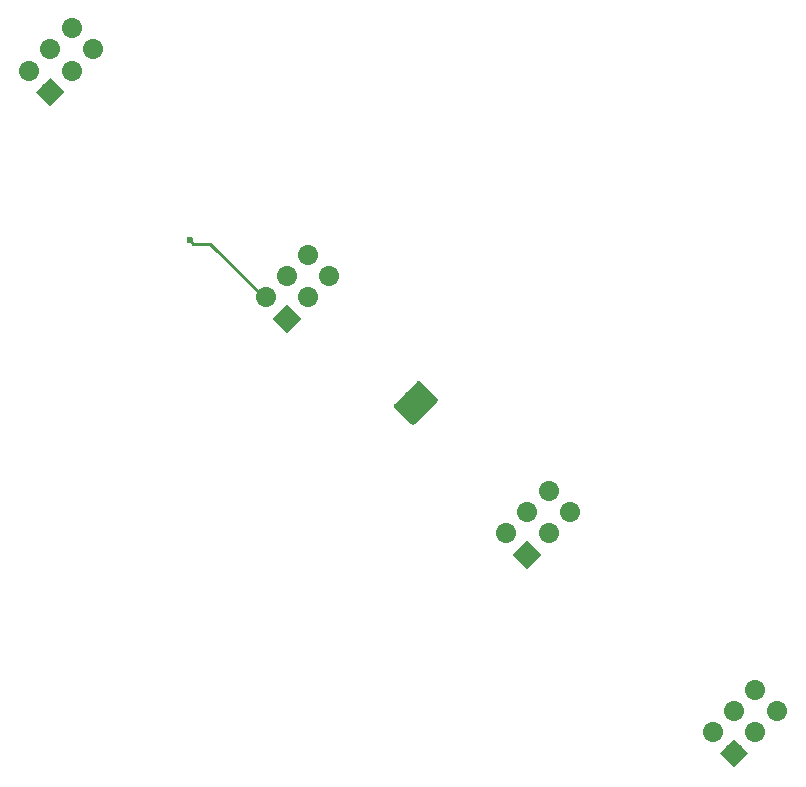
<source format=gbr>
G04 #@! TF.GenerationSoftware,KiCad,Pcbnew,5.1.2*
G04 #@! TF.CreationDate,2019-06-30T21:34:46-05:00*
G04 #@! TF.ProjectId,Wrench,5772656e-6368-42e6-9b69-6361645f7063,rev?*
G04 #@! TF.SameCoordinates,Original*
G04 #@! TF.FileFunction,Copper,L1,Top*
G04 #@! TF.FilePolarity,Positive*
%FSLAX46Y46*%
G04 Gerber Fmt 4.6, Leading zero omitted, Abs format (unit mm)*
G04 Created by KiCad (PCBNEW 5.1.2) date 2019-06-30 21:34:46*
%MOMM*%
%LPD*%
G04 APERTURE LIST*
%ADD10C,1.700000*%
%ADD11C,1.700000*%
%ADD12C,0.100000*%
%ADD13C,0.500000*%
%ADD14C,2.410000*%
%ADD15C,0.600000*%
%ADD16C,0.250000*%
G04 APERTURE END LIST*
D10*
X176786051Y-130411846D03*
D11*
X176786051Y-130411846D02*
X176786051Y-130411846D01*
D10*
X178582102Y-132207898D03*
D11*
X178582102Y-132207898D02*
X178582102Y-132207898D01*
D10*
X174990000Y-132207898D03*
D11*
X174990000Y-132207898D02*
X174990000Y-132207898D01*
D10*
X176786051Y-134003949D03*
D11*
X176786051Y-134003949D02*
X176786051Y-134003949D01*
D10*
X173193949Y-134003949D03*
D11*
X173193949Y-134003949D02*
X173193949Y-134003949D01*
D10*
X174990000Y-135800000D03*
D12*
G36*
X176192082Y-135800000D02*
G01*
X174990000Y-137002082D01*
X173787918Y-135800000D01*
X174990000Y-134597918D01*
X176192082Y-135800000D01*
X176192082Y-135800000D01*
G37*
D10*
X137100000Y-98982102D03*
D12*
G36*
X138302082Y-98982102D02*
G01*
X137100000Y-100184184D01*
X135897918Y-98982102D01*
X137100000Y-97780020D01*
X138302082Y-98982102D01*
X138302082Y-98982102D01*
G37*
D10*
X135303949Y-97186051D03*
D11*
X135303949Y-97186051D02*
X135303949Y-97186051D01*
D10*
X138896051Y-97186051D03*
D11*
X138896051Y-97186051D02*
X138896051Y-97186051D01*
D10*
X137100000Y-95390000D03*
D11*
X137100000Y-95390000D02*
X137100000Y-95390000D01*
D10*
X140692102Y-95390000D03*
D11*
X140692102Y-95390000D02*
X140692102Y-95390000D01*
D10*
X138896051Y-93593948D03*
D11*
X138896051Y-93593948D02*
X138896051Y-93593948D01*
D10*
X117093949Y-79776051D03*
D12*
G36*
X118296031Y-79776051D02*
G01*
X117093949Y-80978133D01*
X115891867Y-79776051D01*
X117093949Y-78573969D01*
X118296031Y-79776051D01*
X118296031Y-79776051D01*
G37*
D10*
X115297898Y-77980000D03*
D11*
X115297898Y-77980000D02*
X115297898Y-77980000D01*
D10*
X118890000Y-77980000D03*
D11*
X118890000Y-77980000D02*
X118890000Y-77980000D01*
D10*
X117093949Y-76183949D03*
D11*
X117093949Y-76183949D02*
X117093949Y-76183949D01*
D10*
X120686051Y-76183949D03*
D11*
X120686051Y-76183949D02*
X120686051Y-76183949D01*
D10*
X118890000Y-74387897D03*
D11*
X118890000Y-74387897D02*
X118890000Y-74387897D01*
D10*
X159280000Y-113577897D03*
D11*
X159280000Y-113577897D02*
X159280000Y-113577897D01*
D10*
X161076051Y-115373949D03*
D11*
X161076051Y-115373949D02*
X161076051Y-115373949D01*
D10*
X157483949Y-115373949D03*
D11*
X157483949Y-115373949D02*
X157483949Y-115373949D01*
D10*
X159280000Y-117170000D03*
D11*
X159280000Y-117170000D02*
X159280000Y-117170000D01*
D10*
X155687898Y-117170000D03*
D11*
X155687898Y-117170000D02*
X155687898Y-117170000D01*
D10*
X157483949Y-118966051D03*
D12*
G36*
X158686031Y-118966051D02*
G01*
X157483949Y-120168133D01*
X156281867Y-118966051D01*
X157483949Y-117763969D01*
X158686031Y-118966051D01*
X158686031Y-118966051D01*
G37*
D13*
X149619346Y-105878894D03*
X148268772Y-104528320D03*
X148700107Y-106798133D03*
X147349533Y-105447559D03*
X147780868Y-107717372D03*
X146430294Y-106366798D03*
D12*
G36*
X148293276Y-104279523D02*
G01*
X148317544Y-104283123D01*
X148341343Y-104289084D01*
X148364442Y-104297349D01*
X148386620Y-104307838D01*
X148407663Y-104320451D01*
X148427369Y-104335066D01*
X148445547Y-104351542D01*
X149796124Y-105702119D01*
X149812600Y-105720297D01*
X149827215Y-105740003D01*
X149839828Y-105761046D01*
X149850317Y-105783224D01*
X149858582Y-105806323D01*
X149864543Y-105830122D01*
X149868143Y-105854390D01*
X149869347Y-105878894D01*
X149868143Y-105903398D01*
X149864543Y-105927666D01*
X149858582Y-105951465D01*
X149850317Y-105974564D01*
X149839828Y-105996742D01*
X149827215Y-106017785D01*
X149812600Y-106037491D01*
X149796124Y-106055669D01*
X147957643Y-107894150D01*
X147939465Y-107910626D01*
X147919759Y-107925241D01*
X147898716Y-107937854D01*
X147876538Y-107948343D01*
X147853439Y-107956608D01*
X147829640Y-107962569D01*
X147805372Y-107966169D01*
X147780868Y-107967373D01*
X147756364Y-107966169D01*
X147732096Y-107962569D01*
X147708297Y-107956608D01*
X147685198Y-107948343D01*
X147663020Y-107937854D01*
X147641977Y-107925241D01*
X147622271Y-107910626D01*
X147604093Y-107894150D01*
X146253516Y-106543573D01*
X146237040Y-106525395D01*
X146222425Y-106505689D01*
X146209812Y-106484646D01*
X146199323Y-106462468D01*
X146191058Y-106439369D01*
X146185097Y-106415570D01*
X146181497Y-106391302D01*
X146180293Y-106366798D01*
X146181497Y-106342294D01*
X146185097Y-106318026D01*
X146191058Y-106294227D01*
X146199323Y-106271128D01*
X146209812Y-106248950D01*
X146222425Y-106227907D01*
X146237040Y-106208201D01*
X146253516Y-106190023D01*
X148091997Y-104351542D01*
X148110175Y-104335066D01*
X148129881Y-104320451D01*
X148150924Y-104307838D01*
X148173102Y-104297349D01*
X148196201Y-104289084D01*
X148220000Y-104283123D01*
X148244268Y-104279523D01*
X148268772Y-104278319D01*
X148293276Y-104279523D01*
X148293276Y-104279523D01*
G37*
D14*
X148024820Y-106122846D03*
D15*
X128890000Y-92340000D03*
D16*
X129189999Y-92639999D02*
X130629999Y-92639999D01*
X128890000Y-92340000D02*
X129189999Y-92639999D01*
X130629999Y-92639999D02*
X135270000Y-97280000D01*
M02*

</source>
